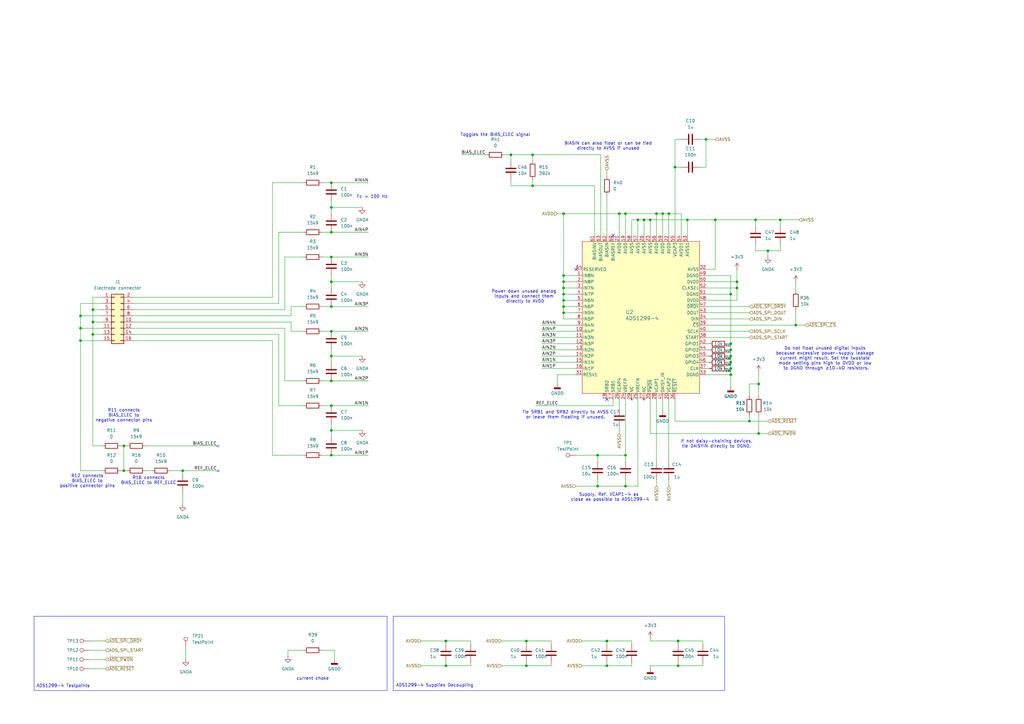
<source format=kicad_sch>
(kicad_sch (version 20250114) (generator "eeschema") (generator_version "9.0")
  (paper "A3")
  (title_block (title "EEG SHIELD") (date "2025-03-31") (rev "B") (company "Cégep de Saint-Laurent"))
  (lib_symbols
    (symbol "ADS1299-4:ADS1299-4" (pin_names (offset 0.254))
      (property "Reference" "U" (at 35.56 10.16 0))
      (property "Value" "ADS1299-4" (at 0.254 3.048 0))
      (symbol "ADS1299-4_1_1"
        (pin output line (at -27.94 20.32 0) (length 2.54) (name "RESERVED") (number "64"))
        (pin input line (at -27.94 17.78 0) (length 2.54) (name "IN8N") (number "1"))
        (pin input line (at -27.94 15.24 0) (length 2.54) (name "IN8P") (number "2"))
        (pin input line (at -27.94 12.7 0) (length 2.54) (name "IN7N") (number "3"))
        (pin input line (at -27.94 10.16 0) (length 2.54) (name "IN7P") (number "4"))
        (pin input line (at -27.94 7.62 0) (length 2.54) (name "IN6N") (number "5"))
        (pin input line (at -27.94 5.08 0) (length 2.54) (name "IN6P") (number "6"))
        (pin input line (at -27.94 2.54 0) (length 2.54) (name "IN5N") (number "7"))
        (pin input line (at -27.94 0 0) (length 2.54) (name "IN5P") (number "8"))
        (pin input line (at -27.94 -2.54 0) (length 2.54) (name "IN4N") (number "9"))
        (pin input line (at -27.94 -5.08 0) (length 2.54) (name "IN4P") (number "10"))
        (pin input line (at -27.94 -7.62 0) (length 2.54) (name "IN3N") (number "11"))
        (pin input line (at -27.94 -10.16 0) (length 2.54) (name "IN3P") (number "12"))
        (pin input line (at -27.94 -12.7 0) (length 2.54) (name "IN2N") (number "13"))
        (pin input line (at -27.94 -15.24 0) (length 2.54) (name "IN2P") (number "14"))
        (pin input line (at -27.94 -17.78 0) (length 2.54) (name "IN1N") (number "15"))
        (pin input line (at -27.94 -20.32 0) (length 2.54) (name "IN1P") (number "16"))
        (pin input line (at -27.94 -22.86 0) (length 2.54) (name "RESV1") (number "31"))
        (pin bidirectional line (at -20.32 34.29 270) (length 2.54) (name "BIASINV") (number "61"))
        (pin output line (at -17.78 34.29 270) (length 2.54) (name "BIASOUT") (number "63"))
        (pin input line (at -15.24 34.29 270) (length 2.54) (name "BIASIN") (number "62"))
        (pin bidirectional line (at -15.24 -33.02 90) (length 2.54) (name "SRB2") (number "18"))
        (pin input line (at -12.7 34.29 270) (length 2.54) (name "BIASREF") (number "60"))
        (pin bidirectional line (at -12.7 -33.02 90) (length 2.54) (name "SRB1") (number "17"))
        (pin power_in line (at -10.16 34.29 270) (length 2.54) (name "AVDD") (number "21"))
        (pin power_out line (at -10.16 -33.02 90) (length 2.54) (name "VCAP4") (number "26"))
        (pin power_in line (at -7.62 34.29 270) (length 2.54) (name "AVDD") (number "19"))
        (pin bidirectional line (at -7.62 -33.02 90) (length 2.54) (name "VREFP") (number "24"))
        (pin power_in line (at -5.08 34.29 270) (length 2.54) (name "AVSS") (number "58"))
        (pin no_connect line (at -5.08 -33.02 90) (length 2.54) (name "NC") (number "29"))
        (pin power_in line (at -2.54 34.29 270) (length 2.54) (name "AVSS") (number "57"))
        (pin input line (at -2.54 -33.02 90) (length 2.54) (name "VREFN") (number "25"))
        (pin power_in line (at 0 34.29 270) (length 2.54) (name "AVSS") (number "20"))
        (pin no_connect line (at 0 -33.02 90) (length 2.54) (name "NC") (number "27"))
        (pin power_in line (at 2.54 34.29 270) (length 2.54) (name "AVSS") (number "23"))
        (pin input line (at 2.54 -33.02 90) (length 2.54) (name "~{PWDN}") (number "35"))
        (pin power_in line (at 5.08 34.29 270) (length 2.54) (name "AVDD") (number "56"))
        (pin power_out line (at 5.08 -33.02 90) (length 2.54) (name "VCAP1") (number "28"))
        (pin power_in line (at 7.62 34.29 270) (length 2.54) (name "AVDD") (number "59"))
        (pin input line (at 7.62 -33.02 90) (length 2.54) (name "DAISY_IN") (number "41"))
        (pin power_in line (at 10.16 34.29 270) (length 2.54) (name "AVDD") (number "22"))
        (pin power_out line (at 10.16 -33.02 90) (length 2.54) (name "VCAP2") (number "30"))
        (pin power_out line (at 12.7 34.29 270) (length 2.54) (name "VCAP3") (number "55"))
        (pin input line (at 12.7 -33.02 90) (length 2.54) (name "~{RESET}") (number "36"))
        (pin power_in line (at 15.24 34.29 270) (length 2.54) (name "AVDD1") (number "54"))
        (pin power_in line (at 17.78 34.29 270) (length 2.54) (name "AVSS1") (number "53"))
        (pin power_in line (at 25.4 20.32 180) (length 2.54) (name "AVSS") (number "32"))
        (pin power_in line (at 25.4 17.78 180) (length 2.54) (name "DGND") (number "49"))
        (pin power_in line (at 25.4 15.24 180) (length 2.54) (name "DVDD") (number "50"))
        (pin input line (at 25.4 12.7 180) (length 2.54) (name "CLKSEL") (number "52"))
        (pin power_in line (at 25.4 10.16 180) (length 2.54) (name "DGND") (number "51"))
        (pin power_in line (at 25.4 7.62 180) (length 2.54) (name "DVDD") (number "48"))
        (pin output line (at 25.4 5.08 180) (length 2.54) (name "~{DRDY}") (number "47"))
        (pin output line (at 25.4 2.54 180) (length 2.54) (name "DOUT") (number "43"))
        (pin input line (at 25.4 0 180) (length 2.54) (name "DIN") (number "34"))
        (pin input line (at 25.4 -2.54 180) (length 2.54) (name "~{CS}") (number "39"))
        (pin input line (at 25.4 -5.08 180) (length 2.54) (name "SCLK") (number "40"))
        (pin input line (at 25.4 -7.62 180) (length 2.54) (name "START") (number "38"))
        (pin bidirectional line (at 25.4 -10.16 180) (length 2.54) (name "GPIO1") (number "42"))
        (pin bidirectional line (at 25.4 -12.7 180) (length 2.54) (name "GPIO2") (number "44"))
        (pin bidirectional line (at 25.4 -15.24 180) (length 2.54) (name "GPIO3") (number "45"))
        (pin bidirectional line (at 25.4 -17.78 180) (length 2.54) (name "GPIO4") (number "46"))
        (pin input line (at 25.4 -20.32 180) (length 2.54) (name "CLK") (number "37"))
        (pin power_in line (at 25.4 -22.86 180) (length 2.54) (name "DGND") (number "33"))
      )
    )
    (symbol "Connector:TestPoint" (pin_numbers (hide yes)) (pin_names (offset 0.762) (hide yes))
      (property "Reference" "TP" (at 0 6.858 0))
      (property "Value" "TestPoint" (at 0 5.08 0))
      (symbol "TestPoint_1_1"
        (pin passive line (at 0 0 90) (length 2.54) (name "1") (number "1"))
      )
    )
    (symbol "Connector_Generic:Conn_02x08_Odd_Even" (pin_names (offset 1.016) (hide yes))
      (property "Reference" "J" (at 1.27 10.16 0))
      (property "Value" "Conn_02x08_Odd_Even" (at 1.27 -12.7 0))
      (symbol "Conn_02x08_Odd_Even_1_1"
        (pin passive line (at -5.08 7.62 0) (length 3.81) (name "Pin_1") (number "1"))
        (pin passive line (at -5.08 5.08 0) (length 3.81) (name "Pin_3") (number "3"))
        (pin passive line (at -5.08 2.54 0) (length 3.81) (name "Pin_5") (number "5"))
        (pin passive line (at -5.08 0 0) (length 3.81) (name "Pin_7") (number "7"))
        (pin passive line (at -5.08 -2.54 0) (length 3.81) (name "Pin_9") (number "9"))
        (pin passive line (at -5.08 -5.08 0) (length 3.81) (name "Pin_11") (number "11"))
        (pin passive line (at -5.08 -7.62 0) (length 3.81) (name "Pin_13") (number "13"))
        (pin passive line (at -5.08 -10.16 0) (length 3.81) (name "Pin_15") (number "15"))
        (pin passive line (at 7.62 7.62 180) (length 3.81) (name "Pin_2") (number "2"))
        (pin passive line (at 7.62 5.08 180) (length 3.81) (name "Pin_4") (number "4"))
        (pin passive line (at 7.62 2.54 180) (length 3.81) (name "Pin_6") (number "6"))
        (pin passive line (at 7.62 0 180) (length 3.81) (name "Pin_8") (number "8"))
        (pin passive line (at 7.62 -2.54 180) (length 3.81) (name "Pin_10") (number "10"))
        (pin passive line (at 7.62 -5.08 180) (length 3.81) (name "Pin_12") (number "12"))
        (pin passive line (at 7.62 -7.62 180) (length 3.81) (name "Pin_14") (number "14"))
        (pin passive line (at 7.62 -10.16 180) (length 3.81) (name "Pin_16") (number "16"))
      )
    )
    (symbol "Device:C" (pin_numbers (hide yes)) (pin_names (offset 0.254))
      (property "Reference" "C" (at 0.635 2.54 0))
      (property "Value" "C" (at 0.635 -2.54 0))
      (symbol "C_1_1"
        (pin passive line (at 0 3.81 270) (length 2.794) (name "~") (number "1"))
        (pin passive line (at 0 -3.81 90) (length 2.794) (name "~") (number "2"))
      )
    )
    (symbol "Device:R" (pin_numbers (hide yes)) (pin_names (offset 0))
      (property "Reference" "R" (at 2.032 0 90))
      (property "Value" "R" (at 0 0 90))
      (symbol "R_1_1"
        (pin passive line (at 0 3.81 270) (length 1.27) (name "~") (number "1"))
        (pin passive line (at 0 -3.81 90) (length 1.27) (name "~") (number "2"))
      )
    )
    (symbol "power:+3V3" (power) (pin_numbers (hide yes)) (pin_names (offset 0) (hide yes))
      (property "Value" "+3V3" (at 0 3.556 0))
      (symbol "+3V3_1_1"
        (pin power_in line (at 0 0 90) (length 0) (name "~") (number "1"))
      )
    )
    (symbol "power:GNDA" (power) (pin_numbers (hide yes)) (pin_names (offset 0) (hide yes))
      (property "Value" "GNDA" (at 0 -3.81 0))
      (symbol "GNDA_1_1"
        (pin power_in line (at 0 0 270) (length 0) (name "~") (number "1"))
      )
    )
    (symbol "power:GNDD" (power) (pin_numbers (hide yes)) (pin_names (offset 0) (hide yes))
      (property "Value" "GNDD" (at 0 -3.175 0))
      (symbol "GNDD_1_1"
        (pin power_in line (at 0 0 270) (length 0) (name "~") (number "1"))
      )
    )
  )
  (rectangle (start 161.29 252.73) (end 297.18 283.21))
  (rectangle (start 13.97 252.73) (end 158.75 283.21))
  (text "Toggles the BIAS_ELEC signal" (at 203.2 55.372 0) (effects (font (size 1.27 1.27))))
  (text "BIASIN can also float or can be tied\ndirectly to AVSS if unused" (at 249.428 59.944 0) (effects (font (size 1.27 1.27))))
  (text "Power down unused analog \ninputs and connect them \ndirectly to AVDD" (at 215.392 121.666 0) (effects (font (size 1.27 1.27))))
  (text "<" (at 89.408 183.134 0) (effects (font (size 1.27 1.27))))
  (text "Supply, Ref, VCAP1-4 as \nclose as possible to ADS1299-4" (at 250.19 203.962 0) (effects (font (size 1.27 1.27))))
  (text "If not daisy-chaining devices,\ntie DAISYIN directly to DGND." (at 293.878 182.118 0) (effects (font (size 1.27 1.27))))
  (text "current choke" (at 128.27 278.384 0) (effects (font (size 1.27 1.27))))
  (text "ADS1299-4 Supplies Decoupling" (at 178.308 281.178 0) (effects (font (size 1.27 1.27))))
  (text "ADS1299-4 Testpoints" (at 25.908 281.432 0) (effects (font (size 1.27 1.27))))
  (text "Tie SRB1 and SRB2 directly to AVSS\nor leave them floating if unused." (at 231.902 170.18 0) (effects (font (size 1.27 1.27))))
  (text "Fc = 100 Hz" (at 152.654 80.772 0) (effects (font (size 1.27 1.27))))
  (text "R12 connects\nBIAS_ELEC to\npositive connector pins" (at 35.814 197.358 0) (effects (font (size 1.27 1.27))))
  (text "R16 connects\nBIAS_ELEC to REF_ELEC" (at 60.96 197.104 0) (effects (font (size 1.27 1.27))))
  (text "R11 connects\nBIAS_ELEC to\nnegative connector pins" (at 50.8 170.434 0) (effects (font (size 1.27 1.27))))
  (text "Do not float unused digital inputs \nbecause excessive power-supply leakage \ncurrent might result. Set the twostate \nmode setting pins high to DVDD or low \nto DGND through ≥10-kΩ resistors." (at 338.836 147.066 0) (effects (font (size 1.27 1.27))))
  (text ">" (at 89.408 193.294 0) (effects (font (size 1.27 1.27))))
  (junction (at 231.14 125.73))
  (junction (at 311.15 157.48))
  (junction (at 248.92 273.05))
  (junction (at 299.72 151.13))
  (junction (at 278.13 262.89))
  (junction (at 182.88 273.05))
  (junction (at 256.54 87.63))
  (junction (at 182.88 262.89))
  (junction (at 299.72 143.51))
  (junction (at 248.92 262.89))
  (junction (at 299.72 148.59))
  (junction (at 231.14 118.11))
  (junction (at 293.37 90.17))
  (junction (at 38.1 132.08))
  (junction (at 215.9 273.05))
  (junction (at 266.7 90.17))
  (junction (at 299.72 146.05))
  (junction (at 135.89 85.09))
  (junction (at 269.24 87.63))
  (junction (at 135.89 74.93))
  (junction (at 218.44 63.5))
  (junction (at 245.11 199.39))
  (junction (at 231.14 87.63))
  (junction (at 209.55 63.5))
  (junction (at 218.44 76.2))
  (junction (at 231.14 115.57))
  (junction (at 256.54 199.39))
  (junction (at 135.89 125.73))
  (junction (at 278.13 273.05))
  (junction (at 135.89 95.25))
  (junction (at 276.86 68.58))
  (junction (at 264.16 90.17))
  (junction (at 326.39 133.35))
  (junction (at 299.72 120.65))
  (junction (at 135.89 115.57))
  (junction (at 50.8 182.88))
  (junction (at 231.14 128.27))
  (junction (at 231.14 113.03))
  (junction (at 320.04 90.17))
  (junction (at 135.89 176.53))
  (junction (at 135.89 156.21))
  (junction (at 311.15 177.8))
  (junction (at 256.54 186.69))
  (junction (at 33.02 129.54))
  (junction (at 135.89 105.41))
  (junction (at 309.88 90.17))
  (junction (at 135.89 186.69))
  (junction (at 74.93 193.04))
  (junction (at 245.11 186.69))
  (junction (at 231.14 123.19))
  (junction (at 254 87.63))
  (junction (at 314.96 102.87))
  (junction (at 302.26 118.11))
  (junction (at 33.02 134.62))
  (junction (at 261.62 90.17))
  (junction (at 135.89 146.05))
  (junction (at 215.9 262.89))
  (junction (at 299.72 153.67))
  (junction (at 50.8 193.04))
  (junction (at 299.72 140.97))
  (junction (at 135.89 166.37))
  (junction (at 302.26 115.57))
  (junction (at 281.94 90.17))
  (junction (at 38.1 137.16))
  (junction (at 231.14 120.65))
  (junction (at 307.34 172.72))
  (junction (at 289.56 57.15))
  (junction (at 271.78 87.63))
  (junction (at 33.02 139.7))
  (junction (at 135.89 135.89))
  (junction (at 274.32 87.63))
  (junction (at 38.1 127))
  (no_connect (at 251.46 96.52))
  (no_connect (at 248.92 163.83))
  (no_connect (at 236.22 110.49))
  (wire (pts (xy 266.7 90.17) (xy 281.94 90.17)))
  (wire (pts (xy 245.11 196.85) (xy 245.11 199.39)))
  (wire (pts (xy 54.61 129.54) (xy 119.38 129.54)))
  (wire (pts (xy 111.76 139.7) (xy 111.76 186.69)))
  (wire (pts (xy 231.14 115.57) (xy 231.14 113.03)))
  (wire (pts (xy 124.46 166.37) (xy 114.3 166.37)))
  (wire (pts (xy 189.23 63.5) (xy 199.39 63.5)))
  (wire (pts (xy 299.72 120.65) (xy 299.72 140.97)))
  (wire (pts (xy 222.25 143.51) (xy 236.22 143.51)))
  (wire (pts (xy 151.13 135.89) (xy 135.89 135.89)))
  (wire (pts (xy 274.32 163.83) (xy 274.32 189.23)))
  (wire (pts (xy 59.69 193.04) (xy 62.23 193.04)))
  (wire (pts (xy 276.86 57.15) (xy 276.86 68.58)))
  (wire (pts (xy 288.29 273.05) (xy 288.29 271.78)))
  (wire (pts (xy 271.78 163.83) (xy 271.78 168.91)))
  (wire (pts (xy 222.25 151.13) (xy 236.22 151.13)))
  (wire (pts (xy 116.84 127) (xy 116.84 105.41)))
  (wire (pts (xy 311.15 152.4) (xy 311.15 157.48)))
  (wire (pts (xy 281.94 90.17) (xy 281.94 96.52)))
  (wire (pts (xy 254 163.83) (xy 254 167.64)))
  (wire (pts (xy 256.54 163.83) (xy 256.54 186.69)))
  (wire (pts (xy 54.61 124.46) (xy 114.3 124.46)))
  (wire (pts (xy 289.56 57.15) (xy 293.37 57.15)))
  (wire (pts (xy 231.14 118.11) (xy 231.14 115.57)))
  (wire (pts (xy 299.72 113.03) (xy 299.72 120.65)))
  (wire (pts (xy 276.86 172.72) (xy 307.34 172.72)))
  (wire (pts (xy 311.15 170.18) (xy 311.15 177.8)))
  (wire (pts (xy 298.45 148.59) (xy 299.72 148.59)))
  (wire (pts (xy 36.83 266.7) (xy 43.18 266.7)))
  (wire (pts (xy 36.83 274.32) (xy 43.18 274.32)))
  (wire (pts (xy 274.32 196.85) (xy 274.32 199.39)))
  (wire (pts (xy 231.14 120.65) (xy 231.14 118.11)))
  (wire (pts (xy 289.56 57.15) (xy 289.56 68.58)))
  (wire (pts (xy 278.13 273.05) (xy 266.7 273.05)))
  (wire (pts (xy 278.13 262.89) (xy 278.13 264.16)))
  (wire (pts (xy 269.24 87.63) (xy 269.24 96.52)))
  (wire (pts (xy 231.14 115.57) (xy 236.22 115.57)))
  (wire (pts (xy 111.76 186.69) (xy 124.46 186.69)))
  (wire (pts (xy 231.14 123.19) (xy 231.14 120.65)))
  (wire (pts (xy 137.16 266.7) (xy 132.08 266.7)))
  (wire (pts (xy 38.1 132.08) (xy 38.1 127)))
  (wire (pts (xy 135.89 85.09) (xy 148.59 85.09)))
  (wire (pts (xy 256.54 186.69) (xy 256.54 189.23)))
  (wire (pts (xy 33.02 124.46) (xy 33.02 129.54)))
  (wire (pts (xy 276.86 163.83) (xy 276.86 172.72)))
  (wire (pts (xy 124.46 74.93) (xy 111.76 74.93)))
  (wire (pts (xy 236.22 186.69) (xy 245.11 186.69)))
  (wire (pts (xy 289.56 113.03) (xy 299.72 113.03)))
  (wire (pts (xy 293.37 110.49) (xy 293.37 90.17)))
  (wire (pts (xy 276.86 68.58) (xy 279.4 68.58)))
  (wire (pts (xy 231.14 113.03) (xy 236.22 113.03)))
  (wire (pts (xy 49.53 182.88) (xy 50.8 182.88)))
  (wire (pts (xy 33.02 134.62) (xy 33.02 139.7)))
  (wire (pts (xy 218.44 63.5) (xy 209.55 63.5)))
  (wire (pts (xy 135.89 176.53) (xy 135.89 179.07)))
  (wire (pts (xy 135.89 113.03) (xy 135.89 115.57)))
  (wire (pts (xy 226.06 262.89) (xy 226.06 264.16)))
  (wire (pts (xy 326.39 127) (xy 326.39 133.35)))
  (wire (pts (xy 326.39 115.57) (xy 326.39 119.38)))
  (wire (pts (xy 33.02 134.62) (xy 41.91 134.62)))
  (wire (pts (xy 207.01 63.5) (xy 209.55 63.5)))
  (wire (pts (xy 307.34 157.48) (xy 307.34 162.56)))
  (wire (pts (xy 69.85 193.04) (xy 74.93 193.04)))
  (wire (pts (xy 74.93 201.93) (xy 74.93 207.01)))
  (wire (pts (xy 74.93 193.04) (xy 74.93 194.31)))
  (wire (pts (xy 38.1 121.92) (xy 41.91 121.92)))
  (wire (pts (xy 218.44 76.2) (xy 243.84 76.2)))
  (wire (pts (xy 289.56 151.13) (xy 290.83 151.13)))
  (wire (pts (xy 54.61 121.92) (xy 111.76 121.92)))
  (wire (pts (xy 231.14 123.19) (xy 236.22 123.19)))
  (wire (pts (xy 289.56 153.67) (xy 299.72 153.67)))
  (wire (pts (xy 248.92 262.89) (xy 248.92 264.16)))
  (wire (pts (xy 132.08 166.37) (xy 135.89 166.37)))
  (wire (pts (xy 254 96.52) (xy 254 87.63)))
  (wire (pts (xy 289.56 118.11) (xy 302.26 118.11)))
  (wire (pts (xy 41.91 124.46) (xy 33.02 124.46)))
  (wire (pts (xy 261.62 90.17) (xy 261.62 96.52)))
  (wire (pts (xy 135.89 85.09) (xy 135.89 87.63)))
  (wire (pts (xy 231.14 87.63) (xy 254 87.63)))
  (wire (pts (xy 228.6 87.63) (xy 231.14 87.63)))
  (wire (pts (xy 248.92 273.05) (xy 248.92 271.78)))
  (wire (pts (xy 298.45 140.97) (xy 299.72 140.97)))
  (wire (pts (xy 289.56 148.59) (xy 290.83 148.59)))
  (wire (pts (xy 135.89 173.99) (xy 135.89 176.53)))
  (wire (pts (xy 269.24 163.83) (xy 269.24 189.23)))
  (wire (pts (xy 205.74 262.89) (xy 215.9 262.89)))
  (wire (pts (xy 271.78 87.63) (xy 271.78 96.52)))
  (wire (pts (xy 33.02 129.54) (xy 41.91 129.54)))
  (wire (pts (xy 309.88 102.87) (xy 314.96 102.87)))
  (wire (pts (xy 276.86 57.15) (xy 279.4 57.15)))
  (wire (pts (xy 135.89 82.55) (xy 135.89 85.09)))
  (wire (pts (xy 289.56 133.35) (xy 326.39 133.35)))
  (wire (pts (xy 231.14 128.27) (xy 236.22 128.27)))
  (wire (pts (xy 33.02 139.7) (xy 33.02 193.04)))
  (wire (pts (xy 231.14 125.73) (xy 231.14 123.19)))
  (wire (pts (xy 289.56 115.57) (xy 302.26 115.57)))
  (wire (pts (xy 248.92 262.89) (xy 259.08 262.89)))
  (wire (pts (xy 193.04 273.05) (xy 193.04 271.78)))
  (wire (pts (xy 261.62 199.39) (xy 256.54 199.39)))
  (wire (pts (xy 278.13 273.05) (xy 278.13 271.78)))
  (wire (pts (xy 59.69 182.88) (xy 88.9 182.88)))
  (wire (pts (xy 281.94 90.17) (xy 293.37 90.17)))
  (wire (pts (xy 222.25 138.43) (xy 236.22 138.43)))
  (wire (pts (xy 231.14 125.73) (xy 236.22 125.73)))
  (wire (pts (xy 302.26 123.19) (xy 302.26 118.11)))
  (wire (pts (xy 274.32 87.63) (xy 274.32 96.52)))
  (wire (pts (xy 116.84 105.41) (xy 124.46 105.41)))
  (wire (pts (xy 269.24 196.85) (xy 269.24 199.39)))
  (wire (pts (xy 279.4 96.52) (xy 279.4 87.63)))
  (wire (pts (xy 261.62 90.17) (xy 264.16 90.17)))
  (wire (pts (xy 119.38 135.89) (xy 124.46 135.89)))
  (wire (pts (xy 299.72 148.59) (xy 299.72 151.13)))
  (wire (pts (xy 309.88 90.17) (xy 320.04 90.17)))
  (wire (pts (xy 245.11 199.39) (xy 256.54 199.39)))
  (wire (pts (xy 209.55 73.66) (xy 209.55 76.2)))
  (wire (pts (xy 231.14 128.27) (xy 231.14 125.73)))
  (wire (pts (xy 298.45 146.05) (xy 299.72 146.05)))
  (wire (pts (xy 135.89 115.57) (xy 148.59 115.57)))
  (wire (pts (xy 119.38 132.08) (xy 119.38 135.89)))
  (wire (pts (xy 231.14 118.11) (xy 236.22 118.11)))
  (wire (pts (xy 33.02 139.7) (xy 41.91 139.7)))
  (wire (pts (xy 289.56 128.27) (xy 307.34 128.27)))
  (wire (pts (xy 50.8 182.88) (xy 50.8 193.04)))
  (wire (pts (xy 54.61 134.62) (xy 116.84 134.62)))
  (wire (pts (xy 116.84 134.62) (xy 116.84 156.21)))
  (wire (pts (xy 307.34 172.72) (xy 314.96 172.72)))
  (wire (pts (xy 74.93 193.04) (xy 88.9 193.04)))
  (wire (pts (xy 38.1 127) (xy 38.1 121.92)))
  (wire (pts (xy 36.83 262.89) (xy 43.18 262.89)))
  (wire (pts (xy 238.76 273.05) (xy 248.92 273.05)))
  (wire (pts (xy 256.54 87.63) (xy 269.24 87.63)))
  (wire (pts (xy 151.13 166.37) (xy 135.89 166.37)))
  (wire (pts (xy 222.25 146.05) (xy 236.22 146.05)))
  (wire (pts (xy 311.15 157.48) (xy 311.15 162.56)))
  (wire (pts (xy 288.29 273.05) (xy 278.13 273.05)))
  (wire (pts (xy 135.89 143.51) (xy 135.89 146.05)))
  (wire (pts (xy 151.13 156.21) (xy 135.89 156.21)))
  (wire (pts (xy 54.61 139.7) (xy 111.76 139.7)))
  (wire (pts (xy 182.88 273.05) (xy 182.88 271.78)))
  (wire (pts (xy 38.1 182.88) (xy 41.91 182.88)))
  (wire (pts (xy 289.56 120.65) (xy 299.72 120.65)))
  (wire (pts (xy 276.86 68.58) (xy 276.86 96.52)))
  (wire (pts (xy 298.45 143.51) (xy 299.72 143.51)))
  (wire (pts (xy 132.08 186.69) (xy 135.89 186.69)))
  (wire (pts (xy 326.39 133.35) (xy 330.2 133.35)))
  (wire (pts (xy 38.1 137.16) (xy 38.1 182.88)))
  (wire (pts (xy 289.56 110.49) (xy 293.37 110.49)))
  (wire (pts (xy 132.08 95.25) (xy 135.89 95.25)))
  (wire (pts (xy 231.14 113.03) (xy 231.14 87.63)))
  (wire (pts (xy 132.08 74.93) (xy 135.89 74.93)))
  (wire (pts (xy 236.22 130.81) (xy 231.14 130.81)))
  (wire (pts (xy 314.96 102.87) (xy 320.04 102.87)))
  (wire (pts (xy 36.83 270.51) (xy 43.18 270.51)))
  (wire (pts (xy 151.13 74.93) (xy 135.89 74.93)))
  (wire (pts (xy 215.9 273.05) (xy 215.9 271.78)))
  (wire (pts (xy 289.56 125.73) (xy 307.34 125.73)))
  (wire (pts (xy 228.6 153.67) (xy 236.22 153.67)))
  (wire (pts (xy 259.08 273.05) (xy 259.08 271.78)))
  (wire (pts (xy 289.56 123.19) (xy 302.26 123.19)))
  (wire (pts (xy 222.25 140.97) (xy 236.22 140.97)))
  (wire (pts (xy 299.72 140.97) (xy 299.72 143.51)))
  (wire (pts (xy 302.26 115.57) (xy 302.26 118.11)))
  (wire (pts (xy 151.13 95.25) (xy 135.89 95.25)))
  (wire (pts (xy 245.11 186.69) (xy 245.11 189.23)))
  (wire (pts (xy 314.96 102.87) (xy 314.96 105.41)))
  (wire (pts (xy 132.08 125.73) (xy 135.89 125.73)))
  (wire (pts (xy 311.15 177.8) (xy 266.7 177.8)))
  (wire (pts (xy 245.11 186.69) (xy 256.54 186.69)))
  (wire (pts (xy 38.1 127) (xy 41.91 127)))
  (wire (pts (xy 299.72 153.67) (xy 299.72 158.75)))
  (wire (pts (xy 49.53 193.04) (xy 50.8 193.04)))
  (wire (pts (xy 314.96 177.8) (xy 311.15 177.8)))
  (wire (pts (xy 54.61 132.08) (xy 119.38 132.08)))
  (wire (pts (xy 118.11 266.7) (xy 124.46 266.7)))
  (wire (pts (xy 135.89 115.57) (xy 135.89 118.11)))
  (wire (pts (xy 215.9 262.89) (xy 226.06 262.89)))
  (wire (pts (xy 38.1 132.08) (xy 41.91 132.08)))
  (wire (pts (xy 288.29 262.89) (xy 288.29 264.16)))
  (wire (pts (xy 172.72 273.05) (xy 182.88 273.05)))
  (wire (pts (xy 320.04 90.17) (xy 327.66 90.17)))
  (wire (pts (xy 215.9 273.05) (xy 226.06 273.05)))
  (wire (pts (xy 266.7 177.8) (xy 266.7 163.83)))
  (wire (pts (xy 311.15 157.48) (xy 307.34 157.48)))
  (wire (pts (xy 243.84 76.2) (xy 243.84 96.52)))
  (wire (pts (xy 151.13 105.41) (xy 135.89 105.41)))
  (wire (pts (xy 209.55 63.5) (xy 209.55 66.04)))
  (wire (pts (xy 132.08 105.41) (xy 135.89 105.41)))
  (wire (pts (xy 289.56 140.97) (xy 290.83 140.97)))
  (wire (pts (xy 288.29 262.89) (xy 278.13 262.89)))
  (wire (pts (xy 289.56 135.89) (xy 307.34 135.89)))
  (wire (pts (xy 118.11 269.24) (xy 118.11 266.7)))
  (wire (pts (xy 248.92 69.85) (xy 248.92 72.39)))
  (wire (pts (xy 307.34 170.18) (xy 307.34 172.72)))
  (wire (pts (xy 261.62 163.83) (xy 261.62 199.39)))
  (wire (pts (xy 182.88 273.05) (xy 193.04 273.05)))
  (wire (pts (xy 299.72 143.51) (xy 299.72 146.05)))
  (wire (pts (xy 264.16 90.17) (xy 266.7 90.17)))
  (wire (pts (xy 151.13 186.69) (xy 135.89 186.69)))
  (wire (pts (xy 50.8 193.04) (xy 52.07 193.04)))
  (wire (pts (xy 218.44 73.66) (xy 218.44 76.2)))
  (wire (pts (xy 33.02 193.04) (xy 41.91 193.04)))
  (wire (pts (xy 76.2 265.43) (xy 76.2 270.51)))
  (wire (pts (xy 219.71 166.37) (xy 251.46 166.37)))
  (wire (pts (xy 289.56 130.81) (xy 307.34 130.81)))
  (wire (pts (xy 119.38 125.73) (xy 124.46 125.73)))
  (wire (pts (xy 116.84 156.21) (xy 124.46 156.21)))
  (wire (pts (xy 264.16 90.17) (xy 264.16 96.52)))
  (wire (pts (xy 298.45 151.13) (xy 299.72 151.13)))
  (wire (pts (xy 254 175.26) (xy 254 177.8)))
  (wire (pts (xy 259.08 96.52) (xy 259.08 90.17)))
  (wire (pts (xy 54.61 137.16) (xy 114.3 137.16)))
  (wire (pts (xy 38.1 137.16) (xy 41.91 137.16)))
  (wire (pts (xy 299.72 151.13) (xy 299.72 153.67)))
  (wire (pts (xy 38.1 137.16) (xy 38.1 132.08)))
  (wire (pts (xy 226.06 273.05) (xy 226.06 271.78)))
  (wire (pts (xy 254 87.63) (xy 256.54 87.63)))
  (wire (pts (xy 259.08 262.89) (xy 259.08 264.16)))
  (wire (pts (xy 50.8 182.88) (xy 52.07 182.88)))
  (wire (pts (xy 172.72 262.89) (xy 182.88 262.89)))
  (wire (pts (xy 222.25 135.89) (xy 236.22 135.89)))
  (wire (pts (xy 289.56 143.51) (xy 290.83 143.51)))
  (wire (pts (xy 279.4 87.63) (xy 274.32 87.63)))
  (wire (pts (xy 302.26 110.49) (xy 302.26 115.57)))
  (wire (pts (xy 137.16 270.51) (xy 137.16 266.7)))
  (wire (pts (xy 320.04 90.17) (xy 320.04 92.71)))
  (wire (pts (xy 309.88 100.33) (xy 309.88 102.87)))
  (wire (pts (xy 33.02 129.54) (xy 33.02 134.62)))
  (wire (pts (xy 193.04 262.89) (xy 193.04 264.16)))
  (wire (pts (xy 111.76 74.93) (xy 111.76 121.92)))
  (wire (pts (xy 54.61 127) (xy 116.84 127)))
  (wire (pts (xy 236.22 199.39) (xy 245.11 199.39)))
  (wire (pts (xy 119.38 129.54) (xy 119.38 125.73)))
  (wire (pts (xy 209.55 76.2) (xy 218.44 76.2)))
  (wire (pts (xy 287.02 57.15) (xy 289.56 57.15)))
  (wire (pts (xy 132.08 135.89) (xy 135.89 135.89)))
  (wire (pts (xy 269.24 87.63) (xy 271.78 87.63)))
  (wire (pts (xy 151.13 125.73) (xy 135.89 125.73)))
  (wire (pts (xy 222.25 133.35) (xy 236.22 133.35)))
  (wire (pts (xy 218.44 63.5) (xy 246.38 63.5)))
  (wire (pts (xy 251.46 166.37) (xy 251.46 163.83)))
  (wire (pts (xy 231.14 120.65) (xy 236.22 120.65)))
  (wire (pts (xy 114.3 124.46) (xy 114.3 95.25)))
  (wire (pts (xy 218.44 63.5) (xy 218.44 66.04)))
  (wire (pts (xy 114.3 166.37) (xy 114.3 137.16)))
  (wire (pts (xy 266.7 273.05) (xy 266.7 274.32)))
  (wire (pts (xy 271.78 87.63) (xy 274.32 87.63)))
  (wire (pts (xy 256.54 87.63) (xy 256.54 96.52)))
  (wire (pts (xy 289.56 138.43) (xy 307.34 138.43)))
  (wire (pts (xy 259.08 90.17) (xy 261.62 90.17)))
  (wire (pts (xy 289.56 146.05) (xy 290.83 146.05)))
  (wire (pts (xy 238.76 262.89) (xy 248.92 262.89)))
  (wire (pts (xy 293.37 90.17) (xy 309.88 90.17)))
  (wire (pts (xy 114.3 95.25) (xy 124.46 95.25)))
  (wire (pts (xy 299.72 146.05) (xy 299.72 148.59)))
  (wire (pts (xy 266.7 90.17) (xy 266.7 96.52)))
  (wire (pts (xy 320.04 100.33) (xy 320.04 102.87)))
  (wire (pts (xy 222.25 148.59) (xy 236.22 148.59)))
  (wire (pts (xy 135.89 146.05) (xy 135.89 148.59)))
  (wire (pts (xy 205.74 273.05) (xy 215.9 273.05)))
  (wire (pts (xy 182.88 262.89) (xy 193.04 262.89)))
  (wire (pts (xy 256.54 199.39) (xy 256.54 196.85)))
  (wire (pts (xy 231.14 130.81) (xy 231.14 128.27)))
  (wire (pts (xy 228.6 153.67) (xy 228.6 157.48)))
  (wire (pts (xy 266.7 262.89) (xy 278.13 262.89)))
  (wire (pts (xy 248.92 96.52) (xy 248.92 80.01)))
  (wire (pts (xy 135.89 146.05) (xy 148.59 146.05)))
  (wire (pts (xy 135.89 176.53) (xy 148.59 176.53)))
  (wire (pts (xy 266.7 261.62) (xy 266.7 262.89)))
  (wire (pts (xy 182.88 262.89) (xy 182.88 264.16)))
  (wire (pts (xy 132.08 156.21) (xy 135.89 156.21)))
  (wire (pts (xy 309.88 90.17) (xy 309.88 92.71)))
  (wire (pts (xy 246.38 63.5) (xy 246.38 96.52)))
  (wire (pts (xy 215.9 262.89) (xy 215.9 264.16)))
  (wire (pts (xy 248.92 273.05) (xy 259.08 273.05)))
  (wire (pts (xy 289.56 68.58) (xy 287.02 68.58)))
  (label "AIN2P" (at 151.13 156.21 180))
  (label "AIN4N" (at 151.13 74.93 180))
  (label "AIN1N" (at 222.25 148.59 0))
  (label "REF_ELEC" (at 88.9 193.04 180))
  (label "REF_ELEC" (at 219.71 166.37 0))
  (label "AIN3N" (at 222.25 138.43 0))
  (label "AIN3P" (at 222.25 140.97 0))
  (label "AIN2N" (at 151.13 135.89 180))
  (label "AIN4P" (at 151.13 95.25 180))
  (label "AIN4N" (at 222.25 133.35 0))
  (label "AIN1P" (at 151.13 186.69 180))
  (label "AIN1P" (at 222.25 151.13 0))
  (label "AIN4P" (at 222.25 135.89 0))
  (label "BIAS_ELEC" (at 189.23 63.5 0))
  (label "AIN2N" (at 222.25 143.51 0))
  (label "AIN3P" (at 151.13 125.73 180))
  (label "AIN2P" (at 222.25 146.05 0))
  (label "AIN3N" (at 151.13 105.41 180))
  (label "BIAS_ELEC" (at 88.9 182.88 180))
  (label "AIN1N" (at 151.13 166.37 180))
  (hierarchical_label "AVDD" (shape input) (at 238.76 262.89 180))
  (hierarchical_label "AVDD" (shape input) (at 205.74 262.89 180))
  (hierarchical_label "~{ADS_PWDN}" (shape input) (at 314.96 177.8 0))
  (hierarchical_label "AVSS" (shape input) (at 327.66 90.17 0))
  (hierarchical_label "AVSS" (shape input) (at 172.72 273.05 180))
  (hierarchical_label "AVSS" (shape input) (at 293.37 57.15 0))
  (hierarchical_label "~{ADS_SPI_CS}" (shape input) (at 330.2 133.35 0))
  (hierarchical_label "ADS_SPI_START" (shape input) (at 307.34 138.43 0))
  (hierarchical_label "AVSS" (shape input) (at 248.92 69.85 90))
  (hierarchical_label "AVSS" (shape input) (at 269.24 199.39 270))
  (hierarchical_label "AVDD" (shape input) (at 228.6 87.63 180))
  (hierarchical_label "~{ADS_RESET}" (shape input) (at 314.96 172.72 0))
  (hierarchical_label "AVSS" (shape input) (at 238.76 273.05 180))
  (hierarchical_label "AVSS" (shape input) (at 205.74 273.05 180))
  (hierarchical_label "AVDD" (shape input) (at 172.72 262.89 180))
  (hierarchical_label "AVSS" (shape input) (at 254 177.8 270))
  (hierarchical_label "ADS_SPI_DOUT" (shape input) (at 307.34 128.27 0))
  (hierarchical_label "ADS_SPI_DIN" (shape input) (at 307.34 130.81 0))
  (hierarchical_label "~{ADS_PWDN}" (shape input) (at 43.18 270.51 0))
  (hierarchical_label "ADS_SPI_SCLK" (shape input) (at 307.34 135.89 0))
  (hierarchical_label "~{ADS_RESET}" (shape input) (at 43.18 274.32 0))
  (hierarchical_label "AVSS" (shape input) (at 274.32 199.39 270))
  (hierarchical_label "ADS_SPI_START" (shape input) (at 43.18 266.7 0))
  (hierarchical_label "~{ADS_SPI_DRDY}" (shape input) (at 307.34 125.73 0))
  (hierarchical_label "AVSS" (shape input) (at 236.22 199.39 180))
  (hierarchical_label "~{ADS_SPI_DRDY}" (shape input) (at 43.18 262.89 0))
  (symbol (lib_id "Device:R") (at 294.64 143.51 90) (unit 1)
    (property "Reference" "R31" (at 297.434 144.272 90) (effects (font (size 0.762 0.762)) (justify right)))
    (property "Value" "10k" (at 292.862 143.51 90) (effects (justify right)))
    (property "Footprint" "Resistor_SMD:R_0603_1608Metric_Pad0.98x0.95mm_HandSolder" (effects (hide yes)))
    (property "Description" "Resistor" (effects (hide yes)))
  )
  (symbol (lib_id "Device:R") (at 307.34 166.37 180) (unit 1)
    (property "Reference" "R13" (at 301.752 165.354 0) (effects (justify right)))
    (property "Value" "10k" (at 301.752 167.894 0) (effects (justify right)))
    (property "Footprint" "Resistor_SMD:R_0603_1608Metric_Pad0.98x0.95mm_HandSolder" (effects (hide yes)))
    (property "Description" "Resistor" (effects (hide yes)))
  )
  (symbol (lib_id "power:GNDA") (at 148.59 146.05 0) (unit 1)
    (property "Reference" "#PWR010" (effects (hide yes)))
    (property "Value" "GNDA" (at 148.59 151.13 0))
    (property "Description" "Power symbol creates a global label with name \"GNDA\" , analog ground" (effects (hide yes)))
  )
  (symbol (lib_id "power:+3V3") (at 311.15 152.4 0) (unit 1)
    (property "Reference" "#PWR06" (effects (hide yes)))
    (property "Value" "+3V3" (at 311.15 147.32 0))
    (property "Description" "Power symbol creates a global label with name \"+3V3\"" (effects (hide yes)))
  )
  (symbol (lib_id "Device:C") (at 309.88 96.52 180) (unit 1)
    (property "Reference" "C47" (at 313.69 95.2499 0) (effects (justify right)))
    (property "Value" "1u" (at 313.69 97.7899 0) (effects (justify right)))
    (property "Footprint" "Capacitor_SMD:C_0603_1608Metric_Pad1.08x0.95mm_HandSolder" (effects (hide yes)))
    (property "Description" "Unpolarized capacitor" (effects (hide yes)))
  )
  (symbol (lib_id "Connector:TestPoint") (at 36.83 270.51 90) (unit 1)
    (property "Reference" "TP11" (at 32.258 270.51 90) (effects (justify left)))
    (property "Value" "TestPoint" (effects (hide yes)))
    (property "Footprint" "TestPoint:TestPoint_Keystone_5000-5004_Miniature" (effects (hide yes)))
    (property "Description" "test point" (effects (hide yes)))
  )
  (symbol (lib_id "Device:C") (at 248.92 267.97 0) (unit 1)
    (property "Reference" "C42" (at 242.316 266.7 0) (effects (justify left)))
    (property "Value" "1u" (at 242.316 269.24 0) (effects (justify left)))
    (property "Footprint" "Capacitor_SMD:C_0603_1608Metric_Pad1.08x0.95mm_HandSolder" (effects (hide yes)))
    (property "Description" "Unpolarized capacitor" (effects (hide yes)))
  )
  (symbol (lib_id "Device:R") (at 128.27 186.69 90) (unit 1)
    (property "Reference" "R8" (at 128.27 180.34 90))
    (property "Value" "15k9" (at 128.27 182.88 90))
    (property "Footprint" "Resistor_SMD:R_0603_1608Metric_Pad0.98x0.95mm_HandSolder" (effects (hide yes)))
    (property "Description" "Resistor" (effects (hide yes)))
  )
  (symbol (lib_id "Device:R") (at 128.27 135.89 90) (unit 1)
    (property "Reference" "R5" (at 128.27 129.54 90))
    (property "Value" "15k9" (at 128.27 132.08 90))
    (property "Footprint" "Resistor_SMD:R_0603_1608Metric_Pad0.98x0.95mm_HandSolder" (effects (hide yes)))
    (property "Description" "Resistor" (effects (hide yes)))
  )
  (symbol (lib_id "Device:C") (at 209.55 69.85 180) (unit 1)
    (property "Reference" "C46" (at 212.344 68.58 0) (effects (justify right)))
    (property "Value" "10n" (at 212.344 71.12 0) (effects (justify right)))
    (property "Footprint" "Capacitor_SMD:C_0603_1608Metric_Pad1.08x0.95mm_HandSolder" (effects (hide yes)))
    (property "Description" "Unpolarized capacitor" (effects (hide yes)))
  )
  (symbol (lib_id "Connector:TestPoint") (at 36.83 266.7 90) (unit 1)
    (property "Reference" "TP12" (at 32.258 266.7 90) (effects (justify left)))
    (property "Value" "TestPoint" (effects (hide yes)))
    (property "Footprint" "TestPoint:TestPoint_Keystone_5000-5004_Miniature" (effects (hide yes)))
    (property "Description" "test point" (effects (hide yes)))
  )
  (symbol (lib_id "Connector_Generic:Conn_02x08_Odd_Even") (at 46.99 129.54 0) (unit 1)
    (property "Reference" "J1" (at 48.26 115.57 0))
    (property "Value" "Electrode connector" (at 48.26 118.11 0))
    (property "Footprint" "Connector_PinHeader_2.54mm:PinHeader_2x08_P2.54mm_Vertical" (effects (hide yes)))
    (property "Description" "Generic connector, double row, 02x08, odd/even pin numbering scheme (row 1 odd numbers, row 2 even numbers), script generated (kicad-library-utils/schlib/autogen/connector/)" (effects (hide yes)))
  )
  (symbol (lib_id "power:GNDA") (at 76.2 270.51 0) (unit 1)
    (property "Reference" "#PWR030" (effects (hide yes)))
    (property "Value" "GNDA" (at 76.2 275.59 0))
    (property "Description" "Power symbol creates a global label with name \"GNDA\" , analog ground" (effects (hide yes)))
  )
  (symbol (lib_id "Device:C") (at 182.88 267.97 0) (unit 1)
    (property "Reference" "C38" (at 176.276 266.7 0) (effects (justify left)))
    (property "Value" "1u" (at 176.276 269.24 0) (effects (justify left)))
    (property "Footprint" "Capacitor_SMD:C_0603_1608Metric_Pad1.08x0.95mm_HandSolder" (effects (hide yes)))
    (property "Description" "Unpolarized capacitor" (effects (hide yes)))
  )
  (symbol (lib_id "Connector:TestPoint") (at 36.83 274.32 90) (unit 1)
    (property "Reference" "TP10" (at 32.258 274.32 90) (effects (justify left)))
    (property "Value" "TestPoint" (effects (hide yes)))
    (property "Footprint" "TestPoint:TestPoint_Keystone_5000-5004_Miniature" (effects (hide yes)))
    (property "Description" "test point" (effects (hide yes)))
  )
  (symbol (lib_id "power:GNDD") (at 137.16 270.51 0) (unit 1)
    (property "Reference" "#PWR077" (effects (hide yes)))
    (property "Value" "GNDD" (at 137.16 274.32 0))
    (property "Description" "Power symbol creates a global label with name \"GNDD\" , digital ground" (effects (hide yes)))
  )
  (symbol (lib_id "Device:C") (at 320.04 96.52 180) (unit 1)
    (property "Reference" "C48" (at 323.85 95.2499 0) (effects (justify right)))
    (property "Value" "1u" (at 323.85 97.7899 0) (effects (justify right)))
    (property "Footprint" "Capacitor_SMD:C_0603_1608Metric_Pad1.08x0.95mm_HandSolder" (effects (hide yes)))
    (property "Description" "Unpolarized capacitor" (effects (hide yes)))
  )
  (symbol (lib_id "Device:C") (at 256.54 193.04 180) (unit 1)
    (property "Reference" "C16" (at 248.92 191.77 0) (effects (justify right)))
    (property "Value" "100n" (at 248.92 194.31 0) (effects (justify right)))
    (property "Footprint" "Capacitor_SMD:C_0603_1608Metric_Pad1.08x0.95mm_HandSolder" (effects (hide yes)))
    (property "Description" "Unpolarized capacitor" (effects (hide yes)))
  )
  (symbol (lib_id "Connector:TestPoint") (at 236.22 186.69 90) (unit 1)
    (property "Reference" "TP1" (at 232.918 181.61 90))
    (property "Value" "TestPoint" (at 232.918 184.15 90))
    (property "Footprint" "TestPoint:TestPoint_Keystone_5000-5004_Miniature" (effects (hide yes)))
    (property "Description" "test point" (effects (hide yes)))
  )
  (symbol (lib_id "Device:R") (at 294.64 146.05 90) (unit 1)
    (property "Reference" "R30" (at 297.434 147.066 90) (effects (font (size 0.762 0.762)) (justify right)))
    (property "Value" "10k" (at 292.862 146.05 90) (effects (justify right)))
    (property "Footprint" "Resistor_SMD:R_0603_1608Metric_Pad0.98x0.95mm_HandSolder" (effects (hide yes)))
    (property "Description" "Resistor" (effects (hide yes)))
  )
  (symbol (lib_id "power:+3V3") (at 326.39 115.57 0) (unit 1)
    (property "Reference" "#PWR032" (effects (hide yes)))
    (property "Value" "+3V3" (at 326.39 110.49 0))
    (property "Description" "Power symbol creates a global label with name \"+3V3\"" (effects (hide yes)))
  )
  (symbol (lib_id "power:GNDA") (at 148.59 176.53 0) (unit 1)
    (property "Reference" "#PWR09" (effects (hide yes)))
    (property "Value" "GNDA" (at 148.59 181.61 0))
    (property "Description" "Power symbol creates a global label with name \"GNDA\" , analog ground" (effects (hide yes)))
  )
  (symbol (lib_id "Device:R") (at 294.64 148.59 90) (unit 1)
    (property "Reference" "R29" (at 297.434 149.606 90) (effects (font (size 0.762 0.762)) (justify right)))
    (property "Value" "10k" (at 292.862 148.59 90) (effects (justify right)))
    (property "Footprint" "Resistor_SMD:R_0603_1608Metric_Pad0.98x0.95mm_HandSolder" (effects (hide yes)))
    (property "Description" "Resistor" (effects (hide yes)))
  )
  (symbol (lib_id "power:GNDA") (at 148.59 85.09 0) (unit 1)
    (property "Reference" "#PWR028" (effects (hide yes)))
    (property "Value" "GNDA" (at 148.59 90.17 0))
    (property "Description" "Power symbol creates a global label with name \"GNDA\" , analog ground" (effects (hide yes)))
  )
  (symbol (lib_id "Device:C") (at 269.24 193.04 180) (unit 1)
    (property "Reference" "C13" (at 264.16 190.5 0) (effects (justify right)))
    (property "Value" "100u" (at 263.652 195.58 0) (effects (justify right)))
    (property "Footprint" "Capacitor_SMD:C_1210_3225Metric_Pad1.33x2.70mm_HandSolder" (effects (hide yes)))
    (property "Description" "Unpolarized capacitor" (effects (hide yes)))
  )
  (symbol (lib_id "power:GNDA") (at 74.93 207.01 0) (unit 1)
    (property "Reference" "#PWR08" (effects (hide yes)))
    (property "Value" "GNDA" (at 74.93 212.09 0))
    (property "Description" "Power symbol creates a global label with name \"GNDA\" , analog ground" (effects (hide yes)))
  )
  (symbol (lib_id "Device:C") (at 283.21 57.15 90) (unit 1)
    (property "Reference" "C10" (at 283.21 49.53 90))
    (property "Value" "1u" (at 283.21 52.07 90))
    (property "Footprint" "Capacitor_SMD:C_0603_1608Metric_Pad1.08x0.95mm_HandSolder" (effects (hide yes)))
    (property "Description" "Unpolarized capacitor" (effects (hide yes)))
  )
  (symbol (lib_id "Device:R") (at 55.88 193.04 90) (unit 1)
    (property "Reference" "R16" (at 55.88 186.69 90))
    (property "Value" "0" (at 55.88 189.23 90))
    (property "Footprint" "Resistor_SMD:R_0603_1608Metric_Pad0.98x0.95mm_HandSolder" (effects (hide yes)))
    (property "Description" "Resistor" (effects (hide yes)))
  )
  (symbol (lib_id "Device:C") (at 226.06 267.97 0) (unit 1)
    (property "Reference" "C41" (at 219.456 266.7 0) (effects (justify left)))
    (property "Value" "100n" (at 219.456 269.24 0) (effects (justify left)))
    (property "Footprint" "Capacitor_SMD:C_0603_1608Metric_Pad1.08x0.95mm_HandSolder" (effects (hide yes)))
    (property "Description" "Unpolarized capacitor" (effects (hide yes)))
  )
  (symbol (lib_id "power:GNDA") (at 148.59 115.57 0) (unit 1)
    (property "Reference" "#PWR027" (effects (hide yes)))
    (property "Value" "GNDA" (at 148.59 120.65 0))
    (property "Description" "Power symbol creates a global label with name \"GNDA\" , analog ground" (effects (hide yes)))
  )
  (symbol (lib_id "Device:R") (at 294.64 151.13 90) (unit 1)
    (property "Reference" "R35" (at 297.434 152.146 90) (effects (font (size 0.762 0.762)) (justify right)))
    (property "Value" "10k" (at 292.862 151.13 90) (effects (justify right)))
    (property "Footprint" "Resistor_SMD:R_0603_1608Metric_Pad0.98x0.95mm_HandSolder" (effects (hide yes)))
    (property "Description" "Resistor" (effects (hide yes)))
  )
  (symbol (lib_id "Device:C") (at 135.89 170.18 0) (unit 1)
    (property "Reference" "C7" (at 139.7 168.9099 0) (effects (justify left)))
    (property "Value" "100n" (at 139.7 171.4499 0) (effects (justify left)))
    (property "Footprint" "Capacitor_SMD:C_0603_1608Metric_Pad1.08x0.95mm_HandSolder" (effects (hide yes)))
    (property "Description" "Unpolarized capacitor" (effects (hide yes)))
  )
  (symbol (lib_id "Device:R") (at 45.72 193.04 90) (unit 1)
    (property "Reference" "R12" (at 45.72 186.69 90))
    (property "Value" "0" (at 45.72 189.23 90))
    (property "Footprint" "Resistor_SMD:R_0603_1608Metric_Pad0.98x0.95mm_HandSolder" (effects (hide yes)))
    (property "Description" "Resistor" (effects (hide yes)))
  )
  (symbol (lib_id "Device:C") (at 245.11 193.04 0) (unit 1)
    (property "Reference" "C15" (at 238.506 191.77 0) (effects (justify left)))
    (property "Value" "10u" (at 238.506 194.31 0) (effects (justify left)))
    (property "Footprint" "Capacitor_SMD:C_0805_2012Metric_Pad1.18x1.45mm_HandSolder" (effects (hide yes)))
    (property "Description" "Unpolarized capacitor" (effects (hide yes)))
  )
  (symbol (lib_id "Device:R") (at 128.27 166.37 90) (unit 1)
    (property "Reference" "R7" (at 128.27 160.02 90))
    (property "Value" "15k9" (at 128.27 162.56 90))
    (property "Footprint" "Resistor_SMD:R_0603_1608Metric_Pad0.98x0.95mm_HandSolder" (effects (hide yes)))
    (property "Description" "Resistor" (effects (hide yes)))
  )
  (symbol (lib_id "Device:R") (at 66.04 193.04 90) (unit 1)
    (property "Reference" "R10" (at 66.04 186.69 90))
    (property "Value" "15k9" (at 66.04 189.23 90))
    (property "Footprint" "Resistor_SMD:R_0603_1608Metric_Pad0.98x0.95mm_HandSolder" (effects (hide yes)))
    (property "Description" "Resistor" (effects (hide yes)))
  )
  (symbol (lib_id "Device:C") (at 135.89 121.92 0) (unit 1)
    (property "Reference" "C4" (at 139.7 120.6499 0) (effects (justify left)))
    (property "Value" "100n" (at 139.7 123.1899 0) (effects (justify left)))
    (property "Footprint" "Capacitor_SMD:C_0603_1608Metric_Pad1.08x0.95mm_HandSolder" (effects (hide yes)))
    (property "Description" "Unpolarized capacitor" (effects (hide yes)))
  )
  (symbol (lib_id "Device:R") (at 311.15 166.37 0) (mirror x) (unit 1)
    (property "Reference" "R14" (at 316.738 165.354 0) (effects (justify right)))
    (property "Value" "10k" (at 316.738 167.894 0) (effects (justify right)))
    (property "Footprint" "Resistor_SMD:R_0603_1608Metric_Pad0.98x0.95mm_HandSolder" (effects (hide yes)))
    (property "Description" "Resistor" (effects (hide yes)))
  )
  (symbol (lib_id "Connector:TestPoint") (at 36.83 262.89 90) (unit 1)
    (property "Reference" "TP13" (at 32.258 262.89 90) (effects (justify left)))
    (property "Value" "TestPoint" (effects (hide yes)))
    (property "Footprint" "TestPoint:TestPoint_Keystone_5000-5004_Miniature" (effects (hide yes)))
    (property "Description" "test point" (effects (hide yes)))
  )
  (symbol (lib_id "Device:C") (at 278.13 267.97 0) (mirror y) (unit 1)
    (property "Reference" "C45" (at 284.734 266.7 0) (effects (justify left)))
    (property "Value" "100n" (at 284.734 269.24 0) (effects (justify left)))
    (property "Footprint" "Capacitor_SMD:C_0603_1608Metric_Pad1.08x0.95mm_HandSolder" (effects (hide yes)))
    (property "Description" "Unpolarized capacitor" (effects (hide yes)))
  )
  (symbol (lib_id "Device:C") (at 283.21 68.58 90) (unit 1)
    (property "Reference" "C11" (at 283.21 60.96 90))
    (property "Value" "100n" (at 283.21 63.5 90))
    (property "Footprint" "Capacitor_SMD:C_0603_1608Metric_Pad1.08x0.95mm_HandSolder" (effects (hide yes)))
    (property "Description" "Unpolarized capacitor" (effects (hide yes)))
  )
  (symbol (lib_id "Device:R") (at 248.92 76.2 0) (unit 1)
    (property "Reference" "R40" (at 251.46 74.9299 0) (effects (justify left)))
    (property "Value" "0" (at 251.46 77.4699 0) (effects (justify left)))
    (property "Footprint" "Resistor_SMD:R_0603_1608Metric_Pad0.98x0.95mm_HandSolder" (effects (hide yes)))
    (property "Description" "Resistor" (effects (hide yes)))
  )
  (symbol (lib_id "Device:C") (at 193.04 267.97 0) (unit 1)
    (property "Reference" "C39" (at 186.436 266.7 0) (effects (justify left)))
    (property "Value" "100n" (at 186.436 269.24 0) (effects (justify left)))
    (property "Footprint" "Capacitor_SMD:C_0603_1608Metric_Pad1.08x0.95mm_HandSolder" (effects (hide yes)))
    (property "Description" "Unpolarized capacitor" (effects (hide yes)))
  )
  (symbol (lib_id "Device:C") (at 215.9 267.97 0) (unit 1)
    (property "Reference" "C40" (at 209.296 266.7 0) (effects (justify left)))
    (property "Value" "1u" (at 209.296 269.24 0) (effects (justify left)))
    (property "Footprint" "Capacitor_SMD:C_0603_1608Metric_Pad1.08x0.95mm_HandSolder" (effects (hide yes)))
    (property "Description" "Unpolarized capacitor" (effects (hide yes)))
  )
  (symbol (lib_id "Device:R") (at 294.64 140.97 90) (unit 1)
    (property "Reference" "R32" (at 297.434 141.732 90) (effects (font (size 0.762 0.762)) (justify right)))
    (property "Value" "10k" (at 292.862 140.97 90) (effects (justify right)))
    (property "Footprint" "Resistor_SMD:R_0603_1608Metric_Pad0.98x0.95mm_HandSolder" (effects (hide yes)))
    (property "Description" "Resistor" (effects (hide yes)))
  )
  (symbol (lib_id "Connector:TestPoint") (at 76.2 265.43 0) (unit 1)
    (property "Reference" "TP21" (at 78.74 260.8579 0) (effects (justify left)))
    (property "Value" "TestPoint" (at 78.74 263.3979 0) (effects (justify left)))
    (property "Footprint" "TestPoint:TestPoint_Keystone_5000-5004_Miniature" (effects (hide yes)))
    (property "Description" "test point" (effects (hide yes)))
  )
  (symbol (lib_id "power:GNDD") (at 299.72 158.75 0) (unit 1)
    (property "Reference" "#PWR042" (effects (hide yes)))
    (property "Value" "GNDD" (at 299.72 162.56 0))
    (property "Description" "Power symbol creates a global label with name \"GNDD\" , digital ground" (effects (hide yes)))
  )
  (symbol (lib_id "power:GNDD") (at 228.6 157.48 0) (unit 1)
    (property "Reference" "#PWR058" (effects (hide yes)))
    (property "Value" "GNDD" (at 228.6 161.29 0))
    (property "Description" "Power symbol creates a global label with name \"GNDD\" , digital ground" (effects (hide yes)))
  )
  (symbol (lib_id "Device:R") (at 326.39 123.19 0) (mirror x) (unit 1)
    (property "Reference" "R36" (at 331.978 122.174 0) (effects (justify right)))
    (property "Value" "10k" (at 331.978 124.714 0) (effects (justify right)))
    (property "Footprint" "Resistor_SMD:R_0603_1608Metric_Pad0.98x0.95mm_HandSolder" (effects (hide yes)))
    (property "Description" "Resistor" (effects (hide yes)))
  )
  (symbol (lib_id "Device:C") (at 135.89 139.7 0) (unit 1)
    (property "Reference" "C5" (at 139.7 138.4299 0) (effects (justify left)))
    (property "Value" "100n" (at 139.7 140.9699 0) (effects (justify left)))
    (property "Footprint" "Capacitor_SMD:C_0603_1608Metric_Pad1.08x0.95mm_HandSolder" (effects (hide yes)))
    (property "Description" "Unpolarized capacitor" (effects (hide yes)))
  )
  (symbol (lib_id "Device:R") (at 203.2 63.5 90) (unit 1)
    (property "Reference" "R41" (at 203.2 57.15 90))
    (property "Value" "0" (at 203.2 59.69 90))
    (property "Footprint" "Resistor_SMD:R_0603_1608Metric_Pad0.98x0.95mm_HandSolder" (effects (hide yes)))
    (property "Description" "Resistor" (effects (hide yes)))
  )
  (symbol (lib_id "Device:C") (at 135.89 78.74 0) (unit 1)
    (property "Reference" "C1" (at 139.7 77.4699 0) (effects (justify left)))
    (property "Value" "100n" (at 139.7 80.0099 0) (effects (justify left)))
    (property "Footprint" "Capacitor_SMD:C_0603_1608Metric_Pad1.08x0.95mm_HandSolder" (effects (hide yes)))
    (property "Description" "Unpolarized capacitor" (effects (hide yes)))
  )
  (symbol (lib_id "Device:R") (at 128.27 266.7 90) (unit 1)
    (property "Reference" "R39" (at 128.27 260.35 90))
    (property "Value" "0" (at 128.27 262.89 90))
    (property "Footprint" "Resistor_SMD:R_0603_1608Metric_Pad0.98x0.95mm_HandSolder" (effects (hide yes)))
    (property "Description" "Resistor" (effects (hide yes)))
  )
  (symbol (lib_id "power:GNDD") (at 266.7 274.32 0) (mirror y) (unit 1)
    (property "Reference" "#PWR059" (effects (hide yes)))
    (property "Value" "GNDD" (at 266.7 278.13 0))
    (property "Description" "Power symbol creates a global label with name \"GNDD\" , digital ground" (effects (hide yes)))
  )
  (symbol (lib_id "Device:C") (at 254 171.45 0) (unit 1)
    (property "Reference" "C17" (at 250.19 168.91 0) (effects (justify left)))
    (property "Value" "1u" (at 251.206 173.99 0) (effects (justify left)))
    (property "Footprint" "Capacitor_SMD:C_0603_1608Metric_Pad1.08x0.95mm_HandSolder" (effects (hide yes)))
    (property "Description" "Unpolarized capacitor" (effects (hide yes)))
  )
  (symbol (lib_id "Device:C") (at 135.89 152.4 0) (unit 1)
    (property "Reference" "C6" (at 139.7 151.1299 0) (effects (justify left)))
    (property "Value" "100n" (at 139.7 153.6699 0) (effects (justify left)))
    (property "Footprint" "Capacitor_SMD:C_0603_1608Metric_Pad1.08x0.95mm_HandSolder" (effects (hide yes)))
    (property "Description" "Unpolarized capacitor" (effects (hide yes)))
  )
  (symbol (lib_id "ADS1299-4:ADS1299-4") (at 264.16 130.81 0) (unit 1)
    (property "Reference" "U2" (at 256.54 128.016 0) (effects (font (size 1.524 1.524)) (justify left)))
    (property "Value" "ADS1299-4" (at 256.54 130.556 0) (effects (font (size 1.524 1.524)) (justify left)))
    (property "Footprint" "ADS1299-4:PAG64_TEX" (effects (hide yes)))
    (property "Datasheet" "ADS1299IPAG" (effects (hide yes)))
  )
  (symbol (lib_id "power:+3V3") (at 266.7 261.62 0) (mirror y) (unit 1)
    (property "Reference" "#PWR07" (effects (hide yes)))
    (property "Value" "+3V3" (at 266.7 256.54 0))
    (property "Description" "Power symbol creates a global label with name \"+3V3\"" (effects (hide yes)))
  )
  (symbol (lib_id "power:GNDA") (at 314.96 105.41 0) (unit 1)
    (property "Reference" "#PWR031" (effects (hide yes)))
    (property "Value" "GNDA" (at 314.96 110.49 0))
    (property "Description" "Power symbol creates a global label with name \"GNDA\" , analog ground" (effects (hide yes)))
  )
  (symbol (lib_id "Device:R") (at 128.27 156.21 90) (unit 1)
    (property "Reference" "R6" (at 128.27 149.86 90))
    (property "Value" "15k9" (at 128.27 152.4 90))
    (property "Footprint" "Resistor_SMD:R_0603_1608Metric_Pad0.98x0.95mm_HandSolder" (effects (hide yes)))
    (property "Description" "Resistor" (effects (hide yes)))
  )
  (symbol (lib_id "Device:C") (at 274.32 193.04 0) (unit 1)
    (property "Reference" "C14" (at 275.59 190.5 0) (effects (justify left)))
    (property "Value" "1u" (at 276.352 195.58 0) (effects (justify left)))
    (property "Footprint" "Capacitor_SMD:C_0603_1608Metric_Pad1.08x0.95mm_HandSolder" (effects (hide yes)))
    (property "Description" "Unpolarized capacitor" (effects (hide yes)))
  )
  (symbol (lib_id "Device:C") (at 135.89 109.22 0) (unit 1)
    (property "Reference" "C3" (at 139.7 107.9499 0) (effects (justify left)))
    (property "Value" "100n" (at 139.7 110.4899 0) (effects (justify left)))
    (property "Footprint" "Capacitor_SMD:C_0603_1608Metric_Pad1.08x0.95mm_HandSolder" (effects (hide yes)))
    (property "Description" "Unpolarized capacitor" (effects (hide yes)))
  )
  (symbol (lib_id "Device:R") (at 128.27 125.73 90) (unit 1)
    (property "Reference" "R4" (at 128.27 119.38 90))
    (property "Value" "15k9" (at 128.27 121.92 90))
    (property "Footprint" "Resistor_SMD:R_0603_1608Metric_Pad0.98x0.95mm_HandSolder" (effects (hide yes)))
    (property "Description" "Resistor" (effects (hide yes)))
  )
  (symbol (lib_id "power:GNDA") (at 118.11 269.24 0) (unit 1)
    (property "Reference" "#PWR076" (effects (hide yes)))
    (property "Value" "GNDA" (at 118.11 274.32 0))
    (property "Description" "Power symbol creates a global label with name \"GNDA\" , analog ground" (effects (hide yes)))
  )
  (symbol (lib_id "Device:R") (at 128.27 105.41 90) (unit 1)
    (property "Reference" "R3" (at 128.27 99.06 90))
    (property "Value" "15k9" (at 128.27 101.6 90))
    (property "Footprint" "Resistor_SMD:R_0603_1608Metric_Pad0.98x0.95mm_HandSolder" (effects (hide yes)))
    (property "Description" "Resistor" (effects (hide yes)))
  )
  (symbol (lib_id "power:GNDD") (at 271.78 168.91 0) (unit 1)
    (property "Reference" "#PWR043" (effects (hide yes)))
    (property "Value" "GNDD" (at 271.78 172.72 0))
    (property "Description" "Power symbol creates a global label with name \"GNDD\" , digital ground" (effects (hide yes)))
  )
  (symbol (lib_id "Device:R") (at 128.27 74.93 90) (unit 1)
    (property "Reference" "R1" (at 128.27 68.58 90))
    (property "Value" "15k9" (at 128.27 71.12 90))
    (property "Footprint" "Resistor_SMD:R_0603_1608Metric_Pad0.98x0.95mm_HandSolder" (effects (hide yes)))
    (property "Description" "Resistor" (effects (hide yes)))
  )
  (symbol (lib_id "power:+3V3") (at 302.26 110.49 0) (unit 1)
    (property "Reference" "#PWR05" (effects (hide yes)))
    (property "Value" "+3V3" (at 302.26 105.41 0))
    (property "Description" "Power symbol creates a global label with name \"+3V3\"" (effects (hide yes)))
  )
  (symbol (lib_id "Device:C") (at 135.89 91.44 0) (unit 1)
    (property "Reference" "C2" (at 139.7 90.1699 0) (effects (justify left)))
    (property "Value" "100n" (at 139.7 92.7099 0) (effects (justify left)))
    (property "Footprint" "Capacitor_SMD:C_0603_1608Metric_Pad1.08x0.95mm_HandSolder" (effects (hide yes)))
    (property "Description" "Unpolarized capacitor" (effects (hide yes)))
  )
  (symbol (lib_id "Device:C") (at 259.08 267.97 0) (unit 1)
    (property "Reference" "C43" (at 252.476 266.7 0) (effects (justify left)))
    (property "Value" "100n" (at 252.476 269.24 0) (effects (justify left)))
    (property "Footprint" "Capacitor_SMD:C_0603_1608Metric_Pad1.08x0.95mm_HandSolder" (effects (hide yes)))
    (property "Description" "Unpolarized capacitor" (effects (hide yes)))
  )
  (symbol (lib_id "Device:C") (at 135.89 182.88 0) (unit 1)
    (property "Reference" "C8" (at 139.7 181.6099 0) (effects (justify left)))
    (property "Value" "100n" (at 139.7 184.1499 0) (effects (justify left)))
    (property "Footprint" "Capacitor_SMD:C_0603_1608Metric_Pad1.08x0.95mm_HandSolder" (effects (hide yes)))
    (property "Description" "Unpolarized capacitor" (effects (hide yes)))
  )
  (symbol (lib_id "Device:R") (at 45.72 182.88 90) (unit 1)
    (property "Reference" "R11" (at 45.72 176.53 90))
    (property "Value" "0" (at 45.72 179.07 90))
    (property "Footprint" "Resistor_SMD:R_0603_1608Metric_Pad0.98x0.95mm_HandSolder" (effects (hide yes)))
    (property "Description" "Resistor" (effects (hide yes)))
  )
  (symbol (lib_id "Device:R") (at 128.27 95.25 90) (unit 1)
    (property "Reference" "R2" (at 128.27 88.9 90))
    (property "Value" "15k9" (at 128.27 91.44 90))
    (property "Footprint" "Resistor_SMD:R_0603_1608Metric_Pad0.98x0.95mm_HandSolder" (effects (hide yes)))
    (property "Description" "Resistor" (effects (hide yes)))
  )
  (symbol (lib_id "Device:C") (at 288.29 267.97 0) (mirror y) (unit 1)
    (property "Reference" "C44" (at 294.894 266.7 0) (effects (justify left)))
    (property "Value" "1u" (at 294.894 269.24 0) (effects (justify left)))
    (property "Footprint" "Capacitor_SMD:C_0603_1608Metric_Pad1.08x0.95mm_HandSolder" (effects (hide yes)))
    (property "Description" "Unpolarized capacitor" (effects (hide yes)))
  )
  (symbol (lib_id "Device:C") (at 74.93 198.12 0) (unit 1)
    (property "Reference" "C9" (at 78.74 196.8499 0) (effects (justify left)))
    (property "Value" "100n" (at 78.74 199.3899 0) (effects (justify left)))
    (property "Footprint" "Capacitor_SMD:C_0603_1608Metric_Pad1.08x0.95mm_HandSolder" (effects (hide yes)))
    (property "Description" "Unpolarized capacitor" (effects (hide yes)))
  )
  (symbol (lib_id "Device:R") (at 218.44 69.85 180) (unit 1)
    (property "Reference" "R15" (at 220.98 68.5799 0) (effects (justify right)))
    (property "Value" "392k" (at 220.98 71.1199 0) (effects (justify right)))
    (property "Footprint" "Resistor_SMD:R_0603_1608Metric_Pad0.98x0.95mm_HandSolder" (effects (hide yes)))
    (property "Description" "Resistor" (effects (hide yes)))
  )
  (symbol (lib_id "Device:R") (at 55.88 182.88 90) (unit 1)
    (property "Reference" "R9" (at 55.88 176.53 90))
    (property "Value" "15k9" (at 55.88 179.07 90))
    (property "Footprint" "Resistor_SMD:R_0603_1608Metric_Pad0.98x0.95mm_HandSolder" (effects (hide yes)))
    (property "Description" "Resistor" (effects (hide yes)))
  )
)
</source>
